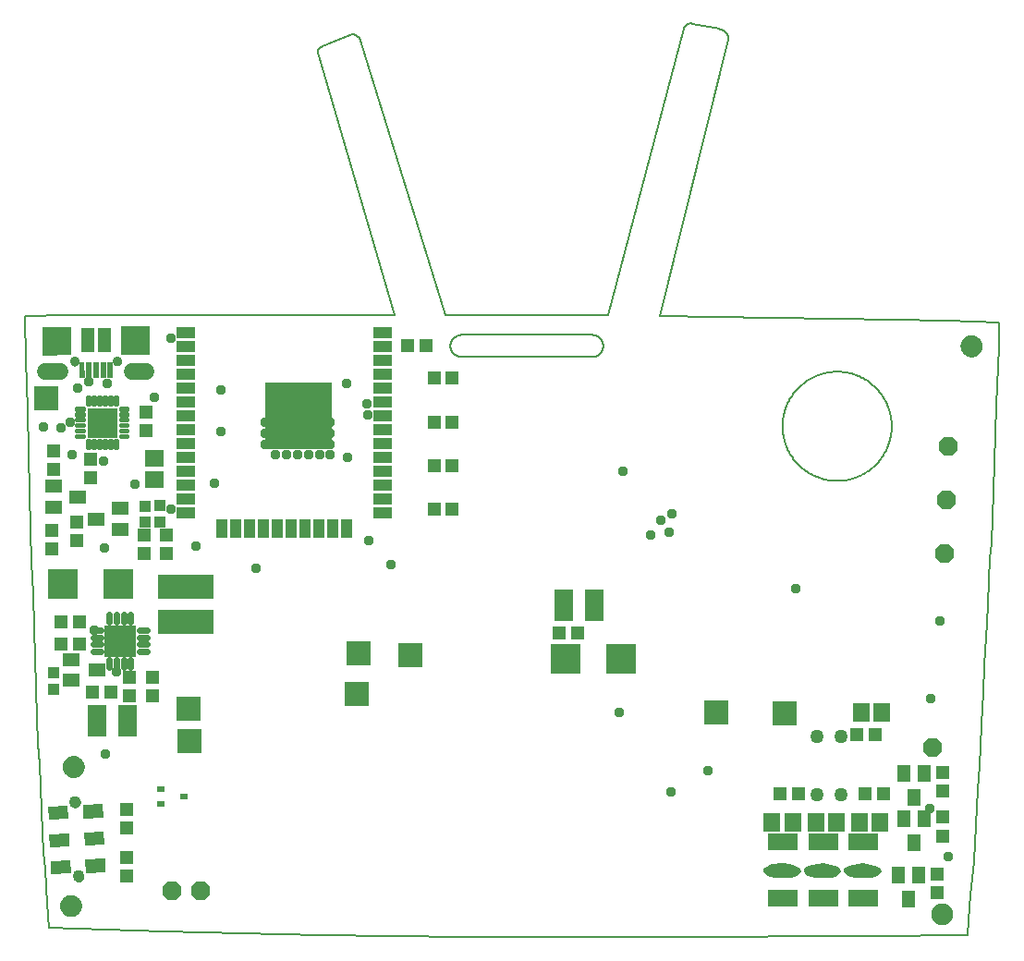
<source format=gbs>
G75*
%MOIN*%
%OFA0B0*%
%FSLAX25Y25*%
%IPPOS*%
%LPD*%
%AMOC8*
5,1,8,0,0,1.08239X$1,22.5*
%
%ADD10C,0.00600*%
%ADD11C,0.01200*%
%ADD12C,0.00500*%
%ADD13C,0.00591*%
%ADD14R,0.06706X0.04343*%
%ADD15R,0.04343X0.06706*%
%ADD16R,0.24422X0.24422*%
%ADD17R,0.05131X0.04737*%
%ADD18C,0.01351*%
%ADD19R,0.10643X0.10643*%
%ADD20C,0.01969*%
%ADD21C,0.04737*%
%ADD22C,0.00000*%
%ADD23R,0.01969X0.05709*%
%ADD24R,0.08674X0.04737*%
%ADD25C,0.05950*%
%ADD26R,0.10300X0.10300*%
%ADD27C,0.03556*%
%ADD28R,0.04737X0.05131*%
%ADD29R,0.06312X0.04737*%
%ADD30R,0.11036X0.06312*%
%ADD31R,0.05918X0.06706*%
%ADD32OC8,0.06737*%
%ADD33R,0.04737X0.04737*%
%ADD34R,0.03950X0.03950*%
%ADD35R,0.10839X0.10643*%
%ADD36R,0.11430X0.11430*%
%ADD37C,0.02178*%
%ADD38C,0.04375*%
%ADD39R,0.20485X0.08674*%
%ADD40R,0.07099X0.11430*%
%ADD41C,0.04965*%
%ADD42R,0.04737X0.07099*%
%ADD43C,0.04343*%
%ADD44R,0.04737X0.06312*%
%ADD45R,0.08674X0.08674*%
%ADD46R,0.06706X0.05918*%
%ADD47R,0.03162X0.02375*%
%ADD48C,0.03778*%
D10*
X0018536Y0053992D02*
X0059875Y0052417D01*
X0116174Y0051236D01*
X0168930Y0050449D01*
X0239009Y0050449D01*
X0315781Y0050843D01*
X0349639Y0051236D01*
X0350033Y0056354D01*
X0350426Y0061079D01*
X0350820Y0065409D01*
X0352001Y0078008D01*
X0352788Y0091000D01*
X0353576Y0103598D01*
X0353970Y0112654D01*
X0354363Y0118953D01*
X0354757Y0127220D01*
X0355151Y0132732D01*
X0355544Y0138638D01*
X0355938Y0148480D01*
X0356725Y0163835D01*
X0357119Y0170528D01*
X0357907Y0187063D01*
X0358300Y0192575D01*
X0358694Y0202024D01*
X0359088Y0211079D01*
X0359481Y0221709D01*
X0360269Y0242181D01*
X0361056Y0263441D01*
X0361056Y0272102D01*
X0342552Y0272890D01*
X0302395Y0273677D01*
X0279212Y0273741D01*
X0238661Y0274528D01*
X0283041Y0234773D02*
X0283047Y0235256D01*
X0283065Y0235739D01*
X0283094Y0236221D01*
X0283136Y0236702D01*
X0283189Y0237183D01*
X0283254Y0237661D01*
X0283331Y0238138D01*
X0283419Y0238613D01*
X0283519Y0239086D01*
X0283631Y0239556D01*
X0283754Y0240023D01*
X0283889Y0240487D01*
X0284035Y0240948D01*
X0284192Y0241405D01*
X0284360Y0241858D01*
X0284539Y0242306D01*
X0284730Y0242750D01*
X0284931Y0243189D01*
X0285143Y0243624D01*
X0285365Y0244052D01*
X0285598Y0244476D01*
X0285842Y0244893D01*
X0286095Y0245304D01*
X0286359Y0245709D01*
X0286632Y0246108D01*
X0286915Y0246499D01*
X0287207Y0246884D01*
X0287509Y0247261D01*
X0287820Y0247631D01*
X0288140Y0247993D01*
X0288469Y0248347D01*
X0288807Y0248692D01*
X0289152Y0249030D01*
X0289506Y0249359D01*
X0289868Y0249679D01*
X0290238Y0249990D01*
X0290615Y0250292D01*
X0291000Y0250584D01*
X0291391Y0250867D01*
X0291790Y0251140D01*
X0292195Y0251404D01*
X0292606Y0251657D01*
X0293023Y0251901D01*
X0293447Y0252134D01*
X0293875Y0252356D01*
X0294310Y0252568D01*
X0294749Y0252769D01*
X0295193Y0252960D01*
X0295641Y0253139D01*
X0296094Y0253307D01*
X0296551Y0253464D01*
X0297012Y0253610D01*
X0297476Y0253745D01*
X0297943Y0253868D01*
X0298413Y0253980D01*
X0298886Y0254080D01*
X0299361Y0254168D01*
X0299838Y0254245D01*
X0300316Y0254310D01*
X0300797Y0254363D01*
X0301278Y0254405D01*
X0301760Y0254434D01*
X0302243Y0254452D01*
X0302726Y0254458D01*
X0303209Y0254452D01*
X0303692Y0254434D01*
X0304174Y0254405D01*
X0304655Y0254363D01*
X0305136Y0254310D01*
X0305614Y0254245D01*
X0306091Y0254168D01*
X0306566Y0254080D01*
X0307039Y0253980D01*
X0307509Y0253868D01*
X0307976Y0253745D01*
X0308440Y0253610D01*
X0308901Y0253464D01*
X0309358Y0253307D01*
X0309811Y0253139D01*
X0310259Y0252960D01*
X0310703Y0252769D01*
X0311142Y0252568D01*
X0311577Y0252356D01*
X0312005Y0252134D01*
X0312429Y0251901D01*
X0312846Y0251657D01*
X0313257Y0251404D01*
X0313662Y0251140D01*
X0314061Y0250867D01*
X0314452Y0250584D01*
X0314837Y0250292D01*
X0315214Y0249990D01*
X0315584Y0249679D01*
X0315946Y0249359D01*
X0316300Y0249030D01*
X0316645Y0248692D01*
X0316983Y0248347D01*
X0317312Y0247993D01*
X0317632Y0247631D01*
X0317943Y0247261D01*
X0318245Y0246884D01*
X0318537Y0246499D01*
X0318820Y0246108D01*
X0319093Y0245709D01*
X0319357Y0245304D01*
X0319610Y0244893D01*
X0319854Y0244476D01*
X0320087Y0244052D01*
X0320309Y0243624D01*
X0320521Y0243189D01*
X0320722Y0242750D01*
X0320913Y0242306D01*
X0321092Y0241858D01*
X0321260Y0241405D01*
X0321417Y0240948D01*
X0321563Y0240487D01*
X0321698Y0240023D01*
X0321821Y0239556D01*
X0321933Y0239086D01*
X0322033Y0238613D01*
X0322121Y0238138D01*
X0322198Y0237661D01*
X0322263Y0237183D01*
X0322316Y0236702D01*
X0322358Y0236221D01*
X0322387Y0235739D01*
X0322405Y0235256D01*
X0322411Y0234773D01*
X0322405Y0234290D01*
X0322387Y0233807D01*
X0322358Y0233325D01*
X0322316Y0232844D01*
X0322263Y0232363D01*
X0322198Y0231885D01*
X0322121Y0231408D01*
X0322033Y0230933D01*
X0321933Y0230460D01*
X0321821Y0229990D01*
X0321698Y0229523D01*
X0321563Y0229059D01*
X0321417Y0228598D01*
X0321260Y0228141D01*
X0321092Y0227688D01*
X0320913Y0227240D01*
X0320722Y0226796D01*
X0320521Y0226357D01*
X0320309Y0225922D01*
X0320087Y0225494D01*
X0319854Y0225070D01*
X0319610Y0224653D01*
X0319357Y0224242D01*
X0319093Y0223837D01*
X0318820Y0223438D01*
X0318537Y0223047D01*
X0318245Y0222662D01*
X0317943Y0222285D01*
X0317632Y0221915D01*
X0317312Y0221553D01*
X0316983Y0221199D01*
X0316645Y0220854D01*
X0316300Y0220516D01*
X0315946Y0220187D01*
X0315584Y0219867D01*
X0315214Y0219556D01*
X0314837Y0219254D01*
X0314452Y0218962D01*
X0314061Y0218679D01*
X0313662Y0218406D01*
X0313257Y0218142D01*
X0312846Y0217889D01*
X0312429Y0217645D01*
X0312005Y0217412D01*
X0311577Y0217190D01*
X0311142Y0216978D01*
X0310703Y0216777D01*
X0310259Y0216586D01*
X0309811Y0216407D01*
X0309358Y0216239D01*
X0308901Y0216082D01*
X0308440Y0215936D01*
X0307976Y0215801D01*
X0307509Y0215678D01*
X0307039Y0215566D01*
X0306566Y0215466D01*
X0306091Y0215378D01*
X0305614Y0215301D01*
X0305136Y0215236D01*
X0304655Y0215183D01*
X0304174Y0215141D01*
X0303692Y0215112D01*
X0303209Y0215094D01*
X0302726Y0215088D01*
X0302243Y0215094D01*
X0301760Y0215112D01*
X0301278Y0215141D01*
X0300797Y0215183D01*
X0300316Y0215236D01*
X0299838Y0215301D01*
X0299361Y0215378D01*
X0298886Y0215466D01*
X0298413Y0215566D01*
X0297943Y0215678D01*
X0297476Y0215801D01*
X0297012Y0215936D01*
X0296551Y0216082D01*
X0296094Y0216239D01*
X0295641Y0216407D01*
X0295193Y0216586D01*
X0294749Y0216777D01*
X0294310Y0216978D01*
X0293875Y0217190D01*
X0293447Y0217412D01*
X0293023Y0217645D01*
X0292606Y0217889D01*
X0292195Y0218142D01*
X0291790Y0218406D01*
X0291391Y0218679D01*
X0291000Y0218962D01*
X0290615Y0219254D01*
X0290238Y0219556D01*
X0289868Y0219867D01*
X0289506Y0220187D01*
X0289152Y0220516D01*
X0288807Y0220854D01*
X0288469Y0221199D01*
X0288140Y0221553D01*
X0287820Y0221915D01*
X0287509Y0222285D01*
X0287207Y0222662D01*
X0286915Y0223047D01*
X0286632Y0223438D01*
X0286359Y0223837D01*
X0286095Y0224242D01*
X0285842Y0224653D01*
X0285598Y0225070D01*
X0285365Y0225494D01*
X0285143Y0225922D01*
X0284931Y0226357D01*
X0284730Y0226796D01*
X0284539Y0227240D01*
X0284360Y0227688D01*
X0284192Y0228141D01*
X0284035Y0228598D01*
X0283889Y0229059D01*
X0283754Y0229523D01*
X0283631Y0229990D01*
X0283519Y0230460D01*
X0283419Y0230933D01*
X0283331Y0231408D01*
X0283254Y0231885D01*
X0283189Y0232363D01*
X0283136Y0232844D01*
X0283094Y0233325D01*
X0283065Y0233807D01*
X0283047Y0234290D01*
X0283041Y0234773D01*
X0024881Y0274725D02*
X0009875Y0274465D01*
X0010269Y0258717D01*
X0010662Y0241000D01*
X0011056Y0224858D01*
X0011450Y0211079D01*
X0011844Y0197693D01*
X0012237Y0185488D01*
X0012631Y0174465D01*
X0013025Y0161866D01*
X0013418Y0151630D01*
X0014206Y0129583D01*
X0014599Y0120134D01*
X0014993Y0113047D01*
X0015387Y0104780D01*
X0015781Y0096118D01*
X0016174Y0088638D01*
X0016568Y0080764D01*
X0016962Y0075252D01*
X0017355Y0068559D01*
X0017749Y0063047D01*
X0018143Y0058323D01*
X0018536Y0053992D01*
D11*
X0276892Y0074092D02*
X0277680Y0073305D01*
X0278861Y0072911D01*
X0280436Y0072517D01*
X0285948Y0072517D01*
X0287522Y0072911D01*
X0289097Y0074092D01*
X0288703Y0074880D01*
X0287522Y0075667D01*
X0285554Y0076061D01*
X0283192Y0076454D01*
X0279255Y0076061D01*
X0278073Y0075667D01*
X0277286Y0075273D01*
X0276892Y0074880D01*
X0276892Y0074092D01*
X0276913Y0074072D02*
X0289070Y0074072D01*
X0288117Y0075270D02*
X0277283Y0075270D01*
X0279012Y0072873D02*
X0287371Y0072873D01*
X0291359Y0074086D02*
X0292147Y0073298D01*
X0293328Y0072905D01*
X0294903Y0072511D01*
X0300414Y0072511D01*
X0301989Y0072905D01*
X0303564Y0074086D01*
X0303170Y0074873D01*
X0301989Y0075661D01*
X0300021Y0076054D01*
X0297659Y0076448D01*
X0293722Y0076054D01*
X0292540Y0075661D01*
X0291753Y0075267D01*
X0291359Y0074873D01*
X0291359Y0074086D01*
X0291373Y0074072D02*
X0303545Y0074072D01*
X0302575Y0075270D02*
X0291760Y0075270D01*
X0293454Y0072873D02*
X0301863Y0072873D01*
X0305926Y0074086D02*
X0306714Y0073298D01*
X0307895Y0072905D01*
X0309470Y0072511D01*
X0314981Y0072511D01*
X0316556Y0072905D01*
X0318131Y0074086D01*
X0317737Y0074873D01*
X0316556Y0075661D01*
X0314588Y0076054D01*
X0312225Y0076448D01*
X0308288Y0076054D01*
X0307107Y0075661D01*
X0306320Y0075267D01*
X0305926Y0074873D01*
X0305926Y0074086D01*
X0305940Y0074072D02*
X0318112Y0074072D01*
X0317142Y0075270D02*
X0306327Y0075270D01*
X0308021Y0072873D02*
X0316430Y0072873D01*
D12*
X0214421Y0259861D02*
X0167177Y0259861D01*
X0167053Y0259863D01*
X0166930Y0259869D01*
X0166806Y0259878D01*
X0166684Y0259892D01*
X0166561Y0259909D01*
X0166439Y0259931D01*
X0166318Y0259956D01*
X0166198Y0259985D01*
X0166079Y0260017D01*
X0165960Y0260054D01*
X0165843Y0260094D01*
X0165728Y0260137D01*
X0165613Y0260185D01*
X0165501Y0260236D01*
X0165390Y0260290D01*
X0165280Y0260348D01*
X0165173Y0260409D01*
X0165067Y0260474D01*
X0164964Y0260542D01*
X0164863Y0260613D01*
X0164764Y0260687D01*
X0164667Y0260764D01*
X0164573Y0260845D01*
X0164482Y0260928D01*
X0164393Y0261014D01*
X0164307Y0261103D01*
X0164224Y0261194D01*
X0164143Y0261288D01*
X0164066Y0261385D01*
X0163992Y0261484D01*
X0163921Y0261585D01*
X0163853Y0261688D01*
X0163788Y0261794D01*
X0163727Y0261901D01*
X0163669Y0262011D01*
X0163615Y0262122D01*
X0163564Y0262234D01*
X0163516Y0262349D01*
X0163473Y0262464D01*
X0163433Y0262581D01*
X0163396Y0262700D01*
X0163364Y0262819D01*
X0163335Y0262939D01*
X0163310Y0263060D01*
X0163288Y0263182D01*
X0163271Y0263305D01*
X0163257Y0263427D01*
X0163248Y0263551D01*
X0163242Y0263674D01*
X0163240Y0263798D01*
X0163242Y0263922D01*
X0163248Y0264045D01*
X0163257Y0264169D01*
X0163271Y0264291D01*
X0163288Y0264414D01*
X0163310Y0264536D01*
X0163335Y0264657D01*
X0163364Y0264777D01*
X0163396Y0264896D01*
X0163433Y0265015D01*
X0163473Y0265132D01*
X0163516Y0265247D01*
X0163564Y0265362D01*
X0163615Y0265474D01*
X0163669Y0265585D01*
X0163727Y0265695D01*
X0163788Y0265802D01*
X0163853Y0265908D01*
X0163921Y0266011D01*
X0163992Y0266112D01*
X0164066Y0266211D01*
X0164143Y0266308D01*
X0164224Y0266402D01*
X0164307Y0266493D01*
X0164393Y0266582D01*
X0164482Y0266668D01*
X0164573Y0266751D01*
X0164667Y0266832D01*
X0164764Y0266909D01*
X0164863Y0266983D01*
X0164964Y0267054D01*
X0165067Y0267122D01*
X0165173Y0267187D01*
X0165280Y0267248D01*
X0165390Y0267306D01*
X0165501Y0267360D01*
X0165613Y0267411D01*
X0165728Y0267459D01*
X0165843Y0267502D01*
X0165960Y0267542D01*
X0166079Y0267579D01*
X0166198Y0267611D01*
X0166318Y0267640D01*
X0166439Y0267665D01*
X0166561Y0267687D01*
X0166684Y0267704D01*
X0166806Y0267718D01*
X0166930Y0267727D01*
X0167053Y0267733D01*
X0167177Y0267735D01*
X0214421Y0267735D01*
X0214545Y0267733D01*
X0214668Y0267727D01*
X0214792Y0267718D01*
X0214914Y0267704D01*
X0215037Y0267687D01*
X0215159Y0267665D01*
X0215280Y0267640D01*
X0215400Y0267611D01*
X0215519Y0267579D01*
X0215638Y0267542D01*
X0215755Y0267502D01*
X0215870Y0267459D01*
X0215985Y0267411D01*
X0216097Y0267360D01*
X0216208Y0267306D01*
X0216318Y0267248D01*
X0216425Y0267187D01*
X0216531Y0267122D01*
X0216634Y0267054D01*
X0216735Y0266983D01*
X0216834Y0266909D01*
X0216931Y0266832D01*
X0217025Y0266751D01*
X0217116Y0266668D01*
X0217205Y0266582D01*
X0217291Y0266493D01*
X0217374Y0266402D01*
X0217455Y0266308D01*
X0217532Y0266211D01*
X0217606Y0266112D01*
X0217677Y0266011D01*
X0217745Y0265908D01*
X0217810Y0265802D01*
X0217871Y0265695D01*
X0217929Y0265585D01*
X0217983Y0265474D01*
X0218034Y0265362D01*
X0218082Y0265247D01*
X0218125Y0265132D01*
X0218165Y0265015D01*
X0218202Y0264896D01*
X0218234Y0264777D01*
X0218263Y0264657D01*
X0218288Y0264536D01*
X0218310Y0264414D01*
X0218327Y0264291D01*
X0218341Y0264169D01*
X0218350Y0264045D01*
X0218356Y0263922D01*
X0218358Y0263798D01*
X0218356Y0263674D01*
X0218350Y0263551D01*
X0218341Y0263427D01*
X0218327Y0263305D01*
X0218310Y0263182D01*
X0218288Y0263060D01*
X0218263Y0262939D01*
X0218234Y0262819D01*
X0218202Y0262700D01*
X0218165Y0262581D01*
X0218125Y0262464D01*
X0218082Y0262349D01*
X0218034Y0262234D01*
X0217983Y0262122D01*
X0217929Y0262011D01*
X0217871Y0261901D01*
X0217810Y0261794D01*
X0217745Y0261688D01*
X0217677Y0261585D01*
X0217606Y0261484D01*
X0217532Y0261385D01*
X0217455Y0261288D01*
X0217374Y0261194D01*
X0217291Y0261103D01*
X0217205Y0261014D01*
X0217116Y0260928D01*
X0217025Y0260845D01*
X0216931Y0260764D01*
X0216834Y0260687D01*
X0216735Y0260613D01*
X0216634Y0260542D01*
X0216531Y0260474D01*
X0216425Y0260409D01*
X0216318Y0260348D01*
X0216208Y0260290D01*
X0216097Y0260236D01*
X0215985Y0260185D01*
X0215870Y0260137D01*
X0215755Y0260094D01*
X0215638Y0260054D01*
X0215519Y0260017D01*
X0215400Y0259985D01*
X0215280Y0259956D01*
X0215159Y0259931D01*
X0215037Y0259909D01*
X0214914Y0259892D01*
X0214792Y0259878D01*
X0214668Y0259869D01*
X0214545Y0259863D01*
X0214421Y0259861D01*
D13*
X0220157Y0274922D02*
X0247322Y0378072D01*
X0247322Y0378071D02*
X0247347Y0378169D01*
X0247375Y0378266D01*
X0247407Y0378361D01*
X0247442Y0378455D01*
X0247481Y0378548D01*
X0247524Y0378639D01*
X0247570Y0378728D01*
X0247620Y0378816D01*
X0247672Y0378902D01*
X0247728Y0378985D01*
X0247788Y0379067D01*
X0247850Y0379146D01*
X0247915Y0379222D01*
X0247983Y0379296D01*
X0248054Y0379367D01*
X0248128Y0379436D01*
X0248204Y0379502D01*
X0248283Y0379565D01*
X0248364Y0379624D01*
X0248447Y0379681D01*
X0248532Y0379734D01*
X0248619Y0379784D01*
X0248709Y0379831D01*
X0248799Y0379874D01*
X0248892Y0379914D01*
X0248986Y0379950D01*
X0249081Y0379982D01*
X0249177Y0380011D01*
X0249275Y0380036D01*
X0249373Y0380057D01*
X0249472Y0380075D01*
X0249572Y0380089D01*
X0249672Y0380099D01*
X0249772Y0380105D01*
X0249873Y0380107D01*
X0249974Y0380105D01*
X0250074Y0380100D01*
X0250174Y0380091D01*
X0250274Y0380077D01*
X0250373Y0380060D01*
X0250471Y0380040D01*
X0250472Y0380040D02*
X0260314Y0378072D01*
X0260315Y0378071D02*
X0260430Y0378056D01*
X0260546Y0378038D01*
X0260660Y0378016D01*
X0260774Y0377989D01*
X0260887Y0377960D01*
X0260998Y0377926D01*
X0261109Y0377889D01*
X0261218Y0377849D01*
X0261326Y0377804D01*
X0261433Y0377757D01*
X0261538Y0377705D01*
X0261641Y0377651D01*
X0261742Y0377593D01*
X0261841Y0377532D01*
X0261938Y0377467D01*
X0262034Y0377400D01*
X0262126Y0377329D01*
X0262217Y0377255D01*
X0262305Y0377179D01*
X0262390Y0377099D01*
X0262473Y0377017D01*
X0262553Y0376932D01*
X0262630Y0376845D01*
X0262705Y0376755D01*
X0262776Y0376663D01*
X0262844Y0376568D01*
X0262910Y0376471D01*
X0262972Y0376373D01*
X0263030Y0376272D01*
X0263086Y0376169D01*
X0263138Y0376065D01*
X0263186Y0375959D01*
X0263231Y0375851D01*
X0263273Y0375742D01*
X0263311Y0375632D01*
X0263345Y0375520D01*
X0263376Y0375408D01*
X0263403Y0375294D01*
X0263426Y0375180D01*
X0263445Y0375065D01*
X0263461Y0374949D01*
X0263473Y0374833D01*
X0263481Y0374717D01*
X0263485Y0374600D01*
X0263486Y0374484D01*
X0263482Y0374367D01*
X0263475Y0374250D01*
X0263464Y0374134D01*
X0263464Y0374135D02*
X0238661Y0274528D01*
X0220157Y0274922D02*
X0161496Y0274922D01*
X0130787Y0373741D01*
X0130770Y0373843D01*
X0130750Y0373946D01*
X0130726Y0374047D01*
X0130698Y0374147D01*
X0130666Y0374246D01*
X0130630Y0374344D01*
X0130591Y0374441D01*
X0130549Y0374536D01*
X0130502Y0374629D01*
X0130453Y0374720D01*
X0130400Y0374810D01*
X0130343Y0374898D01*
X0130284Y0374983D01*
X0130221Y0375066D01*
X0130155Y0375147D01*
X0130086Y0375225D01*
X0130015Y0375300D01*
X0129940Y0375373D01*
X0129863Y0375443D01*
X0129784Y0375510D01*
X0129701Y0375574D01*
X0129617Y0375635D01*
X0129530Y0375693D01*
X0129442Y0375747D01*
X0129351Y0375798D01*
X0129258Y0375846D01*
X0129164Y0375890D01*
X0129068Y0375931D01*
X0128971Y0375968D01*
X0128872Y0376001D01*
X0128772Y0376031D01*
X0128671Y0376056D01*
X0128570Y0376078D01*
X0128467Y0376097D01*
X0128364Y0376111D01*
X0128260Y0376122D01*
X0128157Y0376128D01*
X0128052Y0376131D01*
X0127948Y0376130D01*
X0127844Y0376125D01*
X0127741Y0376116D01*
X0127637Y0376103D01*
X0117007Y0371772D01*
X0116922Y0371753D01*
X0116837Y0371730D01*
X0116754Y0371704D01*
X0116672Y0371674D01*
X0116591Y0371640D01*
X0116511Y0371603D01*
X0116434Y0371563D01*
X0116358Y0371519D01*
X0116284Y0371472D01*
X0116213Y0371421D01*
X0116143Y0371368D01*
X0116076Y0371312D01*
X0116012Y0371252D01*
X0115950Y0371190D01*
X0115891Y0371126D01*
X0115834Y0371059D01*
X0115781Y0370989D01*
X0115731Y0370917D01*
X0115684Y0370843D01*
X0115640Y0370768D01*
X0115600Y0370690D01*
X0115563Y0370610D01*
X0115530Y0370529D01*
X0115500Y0370447D01*
X0115474Y0370364D01*
X0115451Y0370279D01*
X0115432Y0370193D01*
X0115417Y0370107D01*
X0115406Y0370020D01*
X0115398Y0369933D01*
X0115394Y0369846D01*
X0115395Y0369758D01*
X0115398Y0369671D01*
X0115406Y0369583D01*
X0115418Y0369497D01*
X0115433Y0369410D01*
X0142992Y0274922D01*
X0024881Y0274725D01*
D14*
X0067769Y0268719D03*
X0067769Y0263719D03*
X0067769Y0258719D03*
X0067769Y0253719D03*
X0067769Y0248719D03*
X0067769Y0243719D03*
X0067769Y0238719D03*
X0067769Y0233719D03*
X0067769Y0228719D03*
X0067769Y0223719D03*
X0067769Y0218719D03*
X0067769Y0213719D03*
X0067769Y0208719D03*
X0067769Y0203719D03*
X0138635Y0203719D03*
X0138635Y0208719D03*
X0138635Y0213719D03*
X0138635Y0218719D03*
X0138635Y0223719D03*
X0138635Y0228719D03*
X0138635Y0233719D03*
X0138635Y0238719D03*
X0138635Y0243719D03*
X0138635Y0248719D03*
X0138635Y0253719D03*
X0138635Y0258719D03*
X0138635Y0263719D03*
X0138635Y0268719D03*
D15*
X0125702Y0197853D03*
X0120702Y0197853D03*
X0115702Y0197853D03*
X0110702Y0197853D03*
X0105702Y0197853D03*
X0100702Y0197853D03*
X0095702Y0197853D03*
X0090702Y0197853D03*
X0085702Y0197853D03*
X0080702Y0197853D03*
D16*
X0108320Y0238404D03*
D17*
X0147718Y0263920D03*
X0154411Y0263920D03*
X0060833Y0195546D03*
X0060833Y0188854D03*
X0052733Y0188854D03*
X0052733Y0195546D03*
X0033518Y0216335D03*
X0033518Y0223028D03*
X0020018Y0225828D03*
X0020018Y0219135D03*
X0028369Y0200342D03*
X0028369Y0193649D03*
X0047559Y0144229D03*
X0047559Y0137536D03*
X0055659Y0137536D03*
X0055659Y0144229D03*
X0046526Y0096683D03*
X0046526Y0089990D03*
X0046314Y0079335D03*
X0046314Y0072642D03*
X0202303Y0160291D03*
X0208996Y0160291D03*
X0309836Y0123540D03*
X0316529Y0123540D03*
X0340733Y0110046D03*
X0340733Y0103354D03*
X0340833Y0093746D03*
X0340833Y0087054D03*
X0338733Y0073346D03*
X0338733Y0066654D03*
D18*
X0046922Y0231374D02*
X0044322Y0231374D01*
X0046922Y0231374D02*
X0046922Y0230822D01*
X0044322Y0230822D01*
X0044322Y0231374D01*
X0044322Y0233342D02*
X0046922Y0233342D01*
X0046922Y0232790D01*
X0044322Y0232790D01*
X0044322Y0233342D01*
X0044322Y0235311D02*
X0046922Y0235311D01*
X0046922Y0234759D01*
X0044322Y0234759D01*
X0044322Y0235311D01*
X0044322Y0237279D02*
X0046922Y0237279D01*
X0046922Y0236727D01*
X0044322Y0236727D01*
X0044322Y0237279D01*
X0044322Y0239248D02*
X0046922Y0239248D01*
X0046922Y0238696D01*
X0044322Y0238696D01*
X0044322Y0239248D01*
X0044322Y0241216D02*
X0046922Y0241216D01*
X0046922Y0240664D01*
X0044322Y0240664D01*
X0044322Y0241216D01*
X0042946Y0242593D02*
X0042946Y0245193D01*
X0042946Y0242593D02*
X0042394Y0242593D01*
X0042394Y0245193D01*
X0042946Y0245193D01*
X0042946Y0243876D02*
X0042394Y0243876D01*
X0042394Y0245159D02*
X0042946Y0245159D01*
X0040977Y0245193D02*
X0040977Y0242593D01*
X0040425Y0242593D01*
X0040425Y0245193D01*
X0040977Y0245193D01*
X0040977Y0243876D02*
X0040425Y0243876D01*
X0040425Y0245159D02*
X0040977Y0245159D01*
X0039009Y0245193D02*
X0039009Y0242593D01*
X0038457Y0242593D01*
X0038457Y0245193D01*
X0039009Y0245193D01*
X0039009Y0243876D02*
X0038457Y0243876D01*
X0038457Y0245159D02*
X0039009Y0245159D01*
X0037040Y0245193D02*
X0037040Y0242593D01*
X0036488Y0242593D01*
X0036488Y0245193D01*
X0037040Y0245193D01*
X0037040Y0243876D02*
X0036488Y0243876D01*
X0036488Y0245159D02*
X0037040Y0245159D01*
X0035072Y0245193D02*
X0035072Y0242593D01*
X0034520Y0242593D01*
X0034520Y0245193D01*
X0035072Y0245193D01*
X0035072Y0243876D02*
X0034520Y0243876D01*
X0034520Y0245159D02*
X0035072Y0245159D01*
X0033103Y0245193D02*
X0033103Y0242593D01*
X0032551Y0242593D01*
X0032551Y0245193D01*
X0033103Y0245193D01*
X0033103Y0243876D02*
X0032551Y0243876D01*
X0032551Y0245159D02*
X0033103Y0245159D01*
X0031174Y0240664D02*
X0028574Y0240664D01*
X0028574Y0241216D01*
X0031174Y0241216D01*
X0031174Y0240664D01*
X0031174Y0238696D02*
X0028574Y0238696D01*
X0028574Y0239248D01*
X0031174Y0239248D01*
X0031174Y0238696D01*
X0031174Y0236727D02*
X0028574Y0236727D01*
X0028574Y0237279D01*
X0031174Y0237279D01*
X0031174Y0236727D01*
X0031174Y0234759D02*
X0028574Y0234759D01*
X0028574Y0235311D01*
X0031174Y0235311D01*
X0031174Y0234759D01*
X0031174Y0232790D02*
X0028574Y0232790D01*
X0028574Y0233342D01*
X0031174Y0233342D01*
X0031174Y0232790D01*
X0031174Y0230822D02*
X0028574Y0230822D01*
X0028574Y0231374D01*
X0031174Y0231374D01*
X0031174Y0230822D01*
X0032551Y0229445D02*
X0032551Y0226845D01*
X0032551Y0229445D02*
X0033103Y0229445D01*
X0033103Y0226845D01*
X0032551Y0226845D01*
X0032551Y0228128D02*
X0033103Y0228128D01*
X0033103Y0229411D02*
X0032551Y0229411D01*
X0034520Y0229445D02*
X0034520Y0226845D01*
X0034520Y0229445D02*
X0035072Y0229445D01*
X0035072Y0226845D01*
X0034520Y0226845D01*
X0034520Y0228128D02*
X0035072Y0228128D01*
X0035072Y0229411D02*
X0034520Y0229411D01*
X0036488Y0229445D02*
X0036488Y0226845D01*
X0036488Y0229445D02*
X0037040Y0229445D01*
X0037040Y0226845D01*
X0036488Y0226845D01*
X0036488Y0228128D02*
X0037040Y0228128D01*
X0037040Y0229411D02*
X0036488Y0229411D01*
X0038457Y0229445D02*
X0038457Y0226845D01*
X0038457Y0229445D02*
X0039009Y0229445D01*
X0039009Y0226845D01*
X0038457Y0226845D01*
X0038457Y0228128D02*
X0039009Y0228128D01*
X0039009Y0229411D02*
X0038457Y0229411D01*
X0040425Y0229445D02*
X0040425Y0226845D01*
X0040425Y0229445D02*
X0040977Y0229445D01*
X0040977Y0226845D01*
X0040425Y0226845D01*
X0040425Y0228128D02*
X0040977Y0228128D01*
X0040977Y0229411D02*
X0040425Y0229411D01*
X0042394Y0229445D02*
X0042394Y0226845D01*
X0042394Y0229445D02*
X0042946Y0229445D01*
X0042946Y0226845D01*
X0042394Y0226845D01*
X0042394Y0228128D02*
X0042946Y0228128D01*
X0042946Y0229411D02*
X0042394Y0229411D01*
D19*
X0037748Y0236019D03*
D20*
X0027340Y0114805D02*
X0027232Y0114803D01*
X0027124Y0114797D01*
X0027017Y0114787D01*
X0026910Y0114774D01*
X0026804Y0114756D01*
X0026698Y0114734D01*
X0026593Y0114709D01*
X0026489Y0114680D01*
X0026387Y0114647D01*
X0026285Y0114610D01*
X0026185Y0114570D01*
X0026087Y0114526D01*
X0025990Y0114478D01*
X0025895Y0114427D01*
X0025802Y0114373D01*
X0025711Y0114315D01*
X0025622Y0114254D01*
X0025535Y0114189D01*
X0025451Y0114122D01*
X0025369Y0114051D01*
X0025290Y0113978D01*
X0025214Y0113902D01*
X0025141Y0113823D01*
X0025070Y0113741D01*
X0025003Y0113657D01*
X0024938Y0113570D01*
X0024877Y0113481D01*
X0024819Y0113390D01*
X0024765Y0113297D01*
X0024714Y0113202D01*
X0024666Y0113105D01*
X0024622Y0113007D01*
X0024582Y0112907D01*
X0024545Y0112805D01*
X0024512Y0112703D01*
X0024483Y0112599D01*
X0024458Y0112494D01*
X0024436Y0112388D01*
X0024418Y0112282D01*
X0024405Y0112175D01*
X0024395Y0112068D01*
X0024389Y0111960D01*
X0024387Y0111852D01*
X0027340Y0114805D02*
X0027448Y0114803D01*
X0027556Y0114797D01*
X0027663Y0114787D01*
X0027770Y0114774D01*
X0027876Y0114756D01*
X0027982Y0114734D01*
X0028087Y0114709D01*
X0028191Y0114680D01*
X0028293Y0114647D01*
X0028395Y0114610D01*
X0028495Y0114570D01*
X0028593Y0114526D01*
X0028690Y0114478D01*
X0028785Y0114427D01*
X0028878Y0114373D01*
X0028969Y0114315D01*
X0029058Y0114254D01*
X0029145Y0114189D01*
X0029229Y0114122D01*
X0029311Y0114051D01*
X0029390Y0113978D01*
X0029466Y0113902D01*
X0029539Y0113823D01*
X0029610Y0113741D01*
X0029677Y0113657D01*
X0029742Y0113570D01*
X0029803Y0113481D01*
X0029861Y0113390D01*
X0029915Y0113297D01*
X0029966Y0113202D01*
X0030014Y0113105D01*
X0030058Y0113007D01*
X0030098Y0112907D01*
X0030135Y0112805D01*
X0030168Y0112703D01*
X0030197Y0112599D01*
X0030222Y0112494D01*
X0030244Y0112388D01*
X0030262Y0112282D01*
X0030275Y0112175D01*
X0030285Y0112068D01*
X0030291Y0111960D01*
X0030293Y0111852D01*
X0030291Y0111744D01*
X0030285Y0111636D01*
X0030275Y0111529D01*
X0030262Y0111422D01*
X0030244Y0111316D01*
X0030222Y0111210D01*
X0030197Y0111105D01*
X0030168Y0111001D01*
X0030135Y0110899D01*
X0030098Y0110797D01*
X0030058Y0110697D01*
X0030014Y0110599D01*
X0029966Y0110502D01*
X0029915Y0110407D01*
X0029861Y0110314D01*
X0029803Y0110223D01*
X0029742Y0110134D01*
X0029677Y0110047D01*
X0029610Y0109963D01*
X0029539Y0109881D01*
X0029466Y0109802D01*
X0029390Y0109726D01*
X0029311Y0109653D01*
X0029229Y0109582D01*
X0029145Y0109515D01*
X0029058Y0109450D01*
X0028969Y0109389D01*
X0028878Y0109331D01*
X0028785Y0109277D01*
X0028690Y0109226D01*
X0028593Y0109178D01*
X0028495Y0109134D01*
X0028395Y0109094D01*
X0028293Y0109057D01*
X0028191Y0109024D01*
X0028087Y0108995D01*
X0027982Y0108970D01*
X0027876Y0108948D01*
X0027770Y0108930D01*
X0027663Y0108917D01*
X0027556Y0108907D01*
X0027448Y0108901D01*
X0027340Y0108899D01*
X0027232Y0108901D01*
X0027124Y0108907D01*
X0027017Y0108917D01*
X0026910Y0108930D01*
X0026804Y0108948D01*
X0026698Y0108970D01*
X0026593Y0108995D01*
X0026489Y0109024D01*
X0026387Y0109057D01*
X0026285Y0109094D01*
X0026185Y0109134D01*
X0026087Y0109178D01*
X0025990Y0109226D01*
X0025895Y0109277D01*
X0025802Y0109331D01*
X0025711Y0109389D01*
X0025622Y0109450D01*
X0025535Y0109515D01*
X0025451Y0109582D01*
X0025369Y0109653D01*
X0025290Y0109726D01*
X0025214Y0109802D01*
X0025141Y0109881D01*
X0025070Y0109963D01*
X0025003Y0110047D01*
X0024938Y0110134D01*
X0024877Y0110223D01*
X0024819Y0110314D01*
X0024765Y0110407D01*
X0024714Y0110502D01*
X0024666Y0110599D01*
X0024622Y0110697D01*
X0024582Y0110797D01*
X0024545Y0110899D01*
X0024512Y0111001D01*
X0024483Y0111105D01*
X0024458Y0111210D01*
X0024436Y0111316D01*
X0024418Y0111422D01*
X0024405Y0111529D01*
X0024395Y0111636D01*
X0024389Y0111744D01*
X0024387Y0111852D01*
X0026414Y0064668D02*
X0026306Y0064666D01*
X0026198Y0064660D01*
X0026091Y0064650D01*
X0025984Y0064637D01*
X0025878Y0064619D01*
X0025772Y0064597D01*
X0025667Y0064572D01*
X0025563Y0064543D01*
X0025461Y0064510D01*
X0025359Y0064473D01*
X0025259Y0064433D01*
X0025161Y0064389D01*
X0025064Y0064341D01*
X0024969Y0064290D01*
X0024876Y0064236D01*
X0024785Y0064178D01*
X0024696Y0064117D01*
X0024609Y0064052D01*
X0024525Y0063985D01*
X0024443Y0063914D01*
X0024364Y0063841D01*
X0024288Y0063765D01*
X0024215Y0063686D01*
X0024144Y0063604D01*
X0024077Y0063520D01*
X0024012Y0063433D01*
X0023951Y0063344D01*
X0023893Y0063253D01*
X0023839Y0063160D01*
X0023788Y0063065D01*
X0023740Y0062968D01*
X0023696Y0062870D01*
X0023656Y0062770D01*
X0023619Y0062668D01*
X0023586Y0062566D01*
X0023557Y0062462D01*
X0023532Y0062357D01*
X0023510Y0062251D01*
X0023492Y0062145D01*
X0023479Y0062038D01*
X0023469Y0061931D01*
X0023463Y0061823D01*
X0023461Y0061715D01*
X0026414Y0064668D02*
X0026522Y0064666D01*
X0026630Y0064660D01*
X0026737Y0064650D01*
X0026844Y0064637D01*
X0026950Y0064619D01*
X0027056Y0064597D01*
X0027161Y0064572D01*
X0027265Y0064543D01*
X0027367Y0064510D01*
X0027469Y0064473D01*
X0027569Y0064433D01*
X0027667Y0064389D01*
X0027764Y0064341D01*
X0027859Y0064290D01*
X0027952Y0064236D01*
X0028043Y0064178D01*
X0028132Y0064117D01*
X0028219Y0064052D01*
X0028303Y0063985D01*
X0028385Y0063914D01*
X0028464Y0063841D01*
X0028540Y0063765D01*
X0028613Y0063686D01*
X0028684Y0063604D01*
X0028751Y0063520D01*
X0028816Y0063433D01*
X0028877Y0063344D01*
X0028935Y0063253D01*
X0028989Y0063160D01*
X0029040Y0063065D01*
X0029088Y0062968D01*
X0029132Y0062870D01*
X0029172Y0062770D01*
X0029209Y0062668D01*
X0029242Y0062566D01*
X0029271Y0062462D01*
X0029296Y0062357D01*
X0029318Y0062251D01*
X0029336Y0062145D01*
X0029349Y0062038D01*
X0029359Y0061931D01*
X0029365Y0061823D01*
X0029367Y0061715D01*
X0029365Y0061607D01*
X0029359Y0061499D01*
X0029349Y0061392D01*
X0029336Y0061285D01*
X0029318Y0061179D01*
X0029296Y0061073D01*
X0029271Y0060968D01*
X0029242Y0060864D01*
X0029209Y0060762D01*
X0029172Y0060660D01*
X0029132Y0060560D01*
X0029088Y0060462D01*
X0029040Y0060365D01*
X0028989Y0060270D01*
X0028935Y0060177D01*
X0028877Y0060086D01*
X0028816Y0059997D01*
X0028751Y0059910D01*
X0028684Y0059826D01*
X0028613Y0059744D01*
X0028540Y0059665D01*
X0028464Y0059589D01*
X0028385Y0059516D01*
X0028303Y0059445D01*
X0028219Y0059378D01*
X0028132Y0059313D01*
X0028043Y0059252D01*
X0027952Y0059194D01*
X0027859Y0059140D01*
X0027764Y0059089D01*
X0027667Y0059041D01*
X0027569Y0058997D01*
X0027469Y0058957D01*
X0027367Y0058920D01*
X0027265Y0058887D01*
X0027161Y0058858D01*
X0027056Y0058833D01*
X0026950Y0058811D01*
X0026844Y0058793D01*
X0026737Y0058780D01*
X0026630Y0058770D01*
X0026522Y0058764D01*
X0026414Y0058762D01*
X0026306Y0058764D01*
X0026198Y0058770D01*
X0026091Y0058780D01*
X0025984Y0058793D01*
X0025878Y0058811D01*
X0025772Y0058833D01*
X0025667Y0058858D01*
X0025563Y0058887D01*
X0025461Y0058920D01*
X0025359Y0058957D01*
X0025259Y0058997D01*
X0025161Y0059041D01*
X0025064Y0059089D01*
X0024969Y0059140D01*
X0024876Y0059194D01*
X0024785Y0059252D01*
X0024696Y0059313D01*
X0024609Y0059378D01*
X0024525Y0059445D01*
X0024443Y0059516D01*
X0024364Y0059589D01*
X0024288Y0059665D01*
X0024215Y0059744D01*
X0024144Y0059826D01*
X0024077Y0059910D01*
X0024012Y0059997D01*
X0023951Y0060086D01*
X0023893Y0060177D01*
X0023839Y0060270D01*
X0023788Y0060365D01*
X0023740Y0060462D01*
X0023696Y0060560D01*
X0023656Y0060660D01*
X0023619Y0060762D01*
X0023586Y0060864D01*
X0023557Y0060968D01*
X0023532Y0061073D01*
X0023510Y0061179D01*
X0023492Y0061285D01*
X0023479Y0061392D01*
X0023469Y0061499D01*
X0023463Y0061607D01*
X0023461Y0061715D01*
X0337661Y0058715D02*
X0337663Y0058823D01*
X0337669Y0058931D01*
X0337679Y0059038D01*
X0337692Y0059145D01*
X0337710Y0059251D01*
X0337732Y0059357D01*
X0337757Y0059462D01*
X0337786Y0059566D01*
X0337819Y0059668D01*
X0337856Y0059770D01*
X0337896Y0059870D01*
X0337940Y0059968D01*
X0337988Y0060065D01*
X0338039Y0060160D01*
X0338093Y0060253D01*
X0338151Y0060344D01*
X0338212Y0060433D01*
X0338277Y0060520D01*
X0338344Y0060604D01*
X0338415Y0060686D01*
X0338488Y0060765D01*
X0338564Y0060841D01*
X0338643Y0060914D01*
X0338725Y0060985D01*
X0338809Y0061052D01*
X0338896Y0061117D01*
X0338985Y0061178D01*
X0339076Y0061236D01*
X0339169Y0061290D01*
X0339264Y0061341D01*
X0339361Y0061389D01*
X0339459Y0061433D01*
X0339559Y0061473D01*
X0339661Y0061510D01*
X0339763Y0061543D01*
X0339867Y0061572D01*
X0339972Y0061597D01*
X0340078Y0061619D01*
X0340184Y0061637D01*
X0340291Y0061650D01*
X0340398Y0061660D01*
X0340506Y0061666D01*
X0340614Y0061668D01*
X0340722Y0061666D01*
X0340830Y0061660D01*
X0340937Y0061650D01*
X0341044Y0061637D01*
X0341150Y0061619D01*
X0341256Y0061597D01*
X0341361Y0061572D01*
X0341465Y0061543D01*
X0341567Y0061510D01*
X0341669Y0061473D01*
X0341769Y0061433D01*
X0341867Y0061389D01*
X0341964Y0061341D01*
X0342059Y0061290D01*
X0342152Y0061236D01*
X0342243Y0061178D01*
X0342332Y0061117D01*
X0342419Y0061052D01*
X0342503Y0060985D01*
X0342585Y0060914D01*
X0342664Y0060841D01*
X0342740Y0060765D01*
X0342813Y0060686D01*
X0342884Y0060604D01*
X0342951Y0060520D01*
X0343016Y0060433D01*
X0343077Y0060344D01*
X0343135Y0060253D01*
X0343189Y0060160D01*
X0343240Y0060065D01*
X0343288Y0059968D01*
X0343332Y0059870D01*
X0343372Y0059770D01*
X0343409Y0059668D01*
X0343442Y0059566D01*
X0343471Y0059462D01*
X0343496Y0059357D01*
X0343518Y0059251D01*
X0343536Y0059145D01*
X0343549Y0059038D01*
X0343559Y0058931D01*
X0343565Y0058823D01*
X0343567Y0058715D01*
X0343565Y0058607D01*
X0343559Y0058499D01*
X0343549Y0058392D01*
X0343536Y0058285D01*
X0343518Y0058179D01*
X0343496Y0058073D01*
X0343471Y0057968D01*
X0343442Y0057864D01*
X0343409Y0057762D01*
X0343372Y0057660D01*
X0343332Y0057560D01*
X0343288Y0057462D01*
X0343240Y0057365D01*
X0343189Y0057270D01*
X0343135Y0057177D01*
X0343077Y0057086D01*
X0343016Y0056997D01*
X0342951Y0056910D01*
X0342884Y0056826D01*
X0342813Y0056744D01*
X0342740Y0056665D01*
X0342664Y0056589D01*
X0342585Y0056516D01*
X0342503Y0056445D01*
X0342419Y0056378D01*
X0342332Y0056313D01*
X0342243Y0056252D01*
X0342152Y0056194D01*
X0342059Y0056140D01*
X0341964Y0056089D01*
X0341867Y0056041D01*
X0341769Y0055997D01*
X0341669Y0055957D01*
X0341567Y0055920D01*
X0341465Y0055887D01*
X0341361Y0055858D01*
X0341256Y0055833D01*
X0341150Y0055811D01*
X0341044Y0055793D01*
X0340937Y0055780D01*
X0340830Y0055770D01*
X0340722Y0055764D01*
X0340614Y0055762D01*
X0340506Y0055764D01*
X0340398Y0055770D01*
X0340291Y0055780D01*
X0340184Y0055793D01*
X0340078Y0055811D01*
X0339972Y0055833D01*
X0339867Y0055858D01*
X0339763Y0055887D01*
X0339661Y0055920D01*
X0339559Y0055957D01*
X0339459Y0055997D01*
X0339361Y0056041D01*
X0339264Y0056089D01*
X0339169Y0056140D01*
X0339076Y0056194D01*
X0338985Y0056252D01*
X0338896Y0056313D01*
X0338809Y0056378D01*
X0338725Y0056445D01*
X0338643Y0056516D01*
X0338564Y0056589D01*
X0338488Y0056665D01*
X0338415Y0056744D01*
X0338344Y0056826D01*
X0338277Y0056910D01*
X0338212Y0056997D01*
X0338151Y0057086D01*
X0338093Y0057177D01*
X0338039Y0057270D01*
X0337988Y0057365D01*
X0337940Y0057462D01*
X0337896Y0057560D01*
X0337856Y0057660D01*
X0337819Y0057762D01*
X0337786Y0057864D01*
X0337757Y0057968D01*
X0337732Y0058073D01*
X0337710Y0058179D01*
X0337692Y0058285D01*
X0337679Y0058392D01*
X0337669Y0058499D01*
X0337663Y0058607D01*
X0337661Y0058715D01*
X0348261Y0263615D02*
X0348263Y0263723D01*
X0348269Y0263831D01*
X0348279Y0263938D01*
X0348292Y0264045D01*
X0348310Y0264151D01*
X0348332Y0264257D01*
X0348357Y0264362D01*
X0348386Y0264466D01*
X0348419Y0264568D01*
X0348456Y0264670D01*
X0348496Y0264770D01*
X0348540Y0264868D01*
X0348588Y0264965D01*
X0348639Y0265060D01*
X0348693Y0265153D01*
X0348751Y0265244D01*
X0348812Y0265333D01*
X0348877Y0265420D01*
X0348944Y0265504D01*
X0349015Y0265586D01*
X0349088Y0265665D01*
X0349164Y0265741D01*
X0349243Y0265814D01*
X0349325Y0265885D01*
X0349409Y0265952D01*
X0349496Y0266017D01*
X0349585Y0266078D01*
X0349676Y0266136D01*
X0349769Y0266190D01*
X0349864Y0266241D01*
X0349961Y0266289D01*
X0350059Y0266333D01*
X0350159Y0266373D01*
X0350261Y0266410D01*
X0350363Y0266443D01*
X0350467Y0266472D01*
X0350572Y0266497D01*
X0350678Y0266519D01*
X0350784Y0266537D01*
X0350891Y0266550D01*
X0350998Y0266560D01*
X0351106Y0266566D01*
X0351214Y0266568D01*
X0351322Y0266566D01*
X0351430Y0266560D01*
X0351537Y0266550D01*
X0351644Y0266537D01*
X0351750Y0266519D01*
X0351856Y0266497D01*
X0351961Y0266472D01*
X0352065Y0266443D01*
X0352167Y0266410D01*
X0352269Y0266373D01*
X0352369Y0266333D01*
X0352467Y0266289D01*
X0352564Y0266241D01*
X0352659Y0266190D01*
X0352752Y0266136D01*
X0352843Y0266078D01*
X0352932Y0266017D01*
X0353019Y0265952D01*
X0353103Y0265885D01*
X0353185Y0265814D01*
X0353264Y0265741D01*
X0353340Y0265665D01*
X0353413Y0265586D01*
X0353484Y0265504D01*
X0353551Y0265420D01*
X0353616Y0265333D01*
X0353677Y0265244D01*
X0353735Y0265153D01*
X0353789Y0265060D01*
X0353840Y0264965D01*
X0353888Y0264868D01*
X0353932Y0264770D01*
X0353972Y0264670D01*
X0354009Y0264568D01*
X0354042Y0264466D01*
X0354071Y0264362D01*
X0354096Y0264257D01*
X0354118Y0264151D01*
X0354136Y0264045D01*
X0354149Y0263938D01*
X0354159Y0263831D01*
X0354165Y0263723D01*
X0354167Y0263615D01*
X0354165Y0263507D01*
X0354159Y0263399D01*
X0354149Y0263292D01*
X0354136Y0263185D01*
X0354118Y0263079D01*
X0354096Y0262973D01*
X0354071Y0262868D01*
X0354042Y0262764D01*
X0354009Y0262662D01*
X0353972Y0262560D01*
X0353932Y0262460D01*
X0353888Y0262362D01*
X0353840Y0262265D01*
X0353789Y0262170D01*
X0353735Y0262077D01*
X0353677Y0261986D01*
X0353616Y0261897D01*
X0353551Y0261810D01*
X0353484Y0261726D01*
X0353413Y0261644D01*
X0353340Y0261565D01*
X0353264Y0261489D01*
X0353185Y0261416D01*
X0353103Y0261345D01*
X0353019Y0261278D01*
X0352932Y0261213D01*
X0352843Y0261152D01*
X0352752Y0261094D01*
X0352659Y0261040D01*
X0352564Y0260989D01*
X0352467Y0260941D01*
X0352369Y0260897D01*
X0352269Y0260857D01*
X0352167Y0260820D01*
X0352065Y0260787D01*
X0351961Y0260758D01*
X0351856Y0260733D01*
X0351750Y0260711D01*
X0351644Y0260693D01*
X0351537Y0260680D01*
X0351430Y0260670D01*
X0351322Y0260664D01*
X0351214Y0260662D01*
X0351106Y0260664D01*
X0350998Y0260670D01*
X0350891Y0260680D01*
X0350784Y0260693D01*
X0350678Y0260711D01*
X0350572Y0260733D01*
X0350467Y0260758D01*
X0350363Y0260787D01*
X0350261Y0260820D01*
X0350159Y0260857D01*
X0350059Y0260897D01*
X0349961Y0260941D01*
X0349864Y0260989D01*
X0349769Y0261040D01*
X0349676Y0261094D01*
X0349585Y0261152D01*
X0349496Y0261213D01*
X0349409Y0261278D01*
X0349325Y0261345D01*
X0349243Y0261416D01*
X0349164Y0261489D01*
X0349088Y0261565D01*
X0349015Y0261644D01*
X0348944Y0261726D01*
X0348877Y0261810D01*
X0348812Y0261897D01*
X0348751Y0261986D01*
X0348693Y0262077D01*
X0348639Y0262170D01*
X0348588Y0262265D01*
X0348540Y0262362D01*
X0348496Y0262460D01*
X0348456Y0262560D01*
X0348419Y0262662D01*
X0348386Y0262764D01*
X0348357Y0262868D01*
X0348332Y0262973D01*
X0348310Y0263079D01*
X0348292Y0263185D01*
X0348279Y0263292D01*
X0348269Y0263399D01*
X0348263Y0263507D01*
X0348261Y0263615D01*
D21*
X0351214Y0263615D03*
X0340614Y0058715D03*
X0026414Y0061715D03*
X0027340Y0111852D03*
D22*
X0026093Y0099141D02*
X0026095Y0099225D01*
X0026101Y0099308D01*
X0026111Y0099391D01*
X0026125Y0099474D01*
X0026142Y0099556D01*
X0026164Y0099637D01*
X0026189Y0099716D01*
X0026218Y0099795D01*
X0026251Y0099872D01*
X0026287Y0099947D01*
X0026327Y0100021D01*
X0026370Y0100093D01*
X0026417Y0100162D01*
X0026467Y0100229D01*
X0026520Y0100294D01*
X0026576Y0100356D01*
X0026634Y0100416D01*
X0026696Y0100473D01*
X0026760Y0100526D01*
X0026827Y0100577D01*
X0026896Y0100624D01*
X0026967Y0100669D01*
X0027040Y0100709D01*
X0027115Y0100746D01*
X0027192Y0100780D01*
X0027270Y0100810D01*
X0027349Y0100836D01*
X0027430Y0100859D01*
X0027512Y0100877D01*
X0027594Y0100892D01*
X0027677Y0100903D01*
X0027760Y0100910D01*
X0027844Y0100913D01*
X0027928Y0100912D01*
X0028011Y0100907D01*
X0028095Y0100898D01*
X0028177Y0100885D01*
X0028259Y0100869D01*
X0028340Y0100848D01*
X0028421Y0100824D01*
X0028499Y0100796D01*
X0028577Y0100764D01*
X0028653Y0100728D01*
X0028727Y0100689D01*
X0028799Y0100647D01*
X0028869Y0100601D01*
X0028937Y0100552D01*
X0029002Y0100500D01*
X0029065Y0100445D01*
X0029125Y0100387D01*
X0029183Y0100326D01*
X0029237Y0100262D01*
X0029289Y0100196D01*
X0029337Y0100128D01*
X0029382Y0100057D01*
X0029423Y0099984D01*
X0029462Y0099910D01*
X0029496Y0099834D01*
X0029527Y0099756D01*
X0029554Y0099677D01*
X0029578Y0099596D01*
X0029597Y0099515D01*
X0029613Y0099433D01*
X0029625Y0099350D01*
X0029633Y0099266D01*
X0029637Y0099183D01*
X0029637Y0099099D01*
X0029633Y0099016D01*
X0029625Y0098932D01*
X0029613Y0098849D01*
X0029597Y0098767D01*
X0029578Y0098686D01*
X0029554Y0098605D01*
X0029527Y0098526D01*
X0029496Y0098448D01*
X0029462Y0098372D01*
X0029423Y0098298D01*
X0029382Y0098225D01*
X0029337Y0098154D01*
X0029289Y0098086D01*
X0029237Y0098020D01*
X0029183Y0097956D01*
X0029125Y0097895D01*
X0029065Y0097837D01*
X0029002Y0097782D01*
X0028937Y0097730D01*
X0028869Y0097681D01*
X0028799Y0097635D01*
X0028727Y0097593D01*
X0028653Y0097554D01*
X0028577Y0097518D01*
X0028499Y0097486D01*
X0028421Y0097458D01*
X0028340Y0097434D01*
X0028259Y0097413D01*
X0028177Y0097397D01*
X0028095Y0097384D01*
X0028011Y0097375D01*
X0027928Y0097370D01*
X0027844Y0097369D01*
X0027760Y0097372D01*
X0027677Y0097379D01*
X0027594Y0097390D01*
X0027512Y0097405D01*
X0027430Y0097423D01*
X0027349Y0097446D01*
X0027270Y0097472D01*
X0027192Y0097502D01*
X0027115Y0097536D01*
X0027040Y0097573D01*
X0026967Y0097613D01*
X0026896Y0097658D01*
X0026827Y0097705D01*
X0026760Y0097756D01*
X0026696Y0097809D01*
X0026634Y0097866D01*
X0026576Y0097926D01*
X0026520Y0097988D01*
X0026467Y0098053D01*
X0026417Y0098120D01*
X0026370Y0098189D01*
X0026327Y0098261D01*
X0026287Y0098335D01*
X0026251Y0098410D01*
X0026218Y0098487D01*
X0026189Y0098566D01*
X0026164Y0098645D01*
X0026142Y0098726D01*
X0026125Y0098808D01*
X0026111Y0098891D01*
X0026101Y0098974D01*
X0026095Y0099057D01*
X0026093Y0099141D01*
X0027354Y0072399D02*
X0027356Y0072483D01*
X0027362Y0072566D01*
X0027372Y0072649D01*
X0027386Y0072732D01*
X0027403Y0072814D01*
X0027425Y0072895D01*
X0027450Y0072974D01*
X0027479Y0073053D01*
X0027512Y0073130D01*
X0027548Y0073205D01*
X0027588Y0073279D01*
X0027631Y0073351D01*
X0027678Y0073420D01*
X0027728Y0073487D01*
X0027781Y0073552D01*
X0027837Y0073614D01*
X0027895Y0073674D01*
X0027957Y0073731D01*
X0028021Y0073784D01*
X0028088Y0073835D01*
X0028157Y0073882D01*
X0028228Y0073927D01*
X0028301Y0073967D01*
X0028376Y0074004D01*
X0028453Y0074038D01*
X0028531Y0074068D01*
X0028610Y0074094D01*
X0028691Y0074117D01*
X0028773Y0074135D01*
X0028855Y0074150D01*
X0028938Y0074161D01*
X0029021Y0074168D01*
X0029105Y0074171D01*
X0029189Y0074170D01*
X0029272Y0074165D01*
X0029356Y0074156D01*
X0029438Y0074143D01*
X0029520Y0074127D01*
X0029601Y0074106D01*
X0029682Y0074082D01*
X0029760Y0074054D01*
X0029838Y0074022D01*
X0029914Y0073986D01*
X0029988Y0073947D01*
X0030060Y0073905D01*
X0030130Y0073859D01*
X0030198Y0073810D01*
X0030263Y0073758D01*
X0030326Y0073703D01*
X0030386Y0073645D01*
X0030444Y0073584D01*
X0030498Y0073520D01*
X0030550Y0073454D01*
X0030598Y0073386D01*
X0030643Y0073315D01*
X0030684Y0073242D01*
X0030723Y0073168D01*
X0030757Y0073092D01*
X0030788Y0073014D01*
X0030815Y0072935D01*
X0030839Y0072854D01*
X0030858Y0072773D01*
X0030874Y0072691D01*
X0030886Y0072608D01*
X0030894Y0072524D01*
X0030898Y0072441D01*
X0030898Y0072357D01*
X0030894Y0072274D01*
X0030886Y0072190D01*
X0030874Y0072107D01*
X0030858Y0072025D01*
X0030839Y0071944D01*
X0030815Y0071863D01*
X0030788Y0071784D01*
X0030757Y0071706D01*
X0030723Y0071630D01*
X0030684Y0071556D01*
X0030643Y0071483D01*
X0030598Y0071412D01*
X0030550Y0071344D01*
X0030498Y0071278D01*
X0030444Y0071214D01*
X0030386Y0071153D01*
X0030326Y0071095D01*
X0030263Y0071040D01*
X0030198Y0070988D01*
X0030130Y0070939D01*
X0030060Y0070893D01*
X0029988Y0070851D01*
X0029914Y0070812D01*
X0029838Y0070776D01*
X0029760Y0070744D01*
X0029682Y0070716D01*
X0029601Y0070692D01*
X0029520Y0070671D01*
X0029438Y0070655D01*
X0029356Y0070642D01*
X0029272Y0070633D01*
X0029189Y0070628D01*
X0029105Y0070627D01*
X0029021Y0070630D01*
X0028938Y0070637D01*
X0028855Y0070648D01*
X0028773Y0070663D01*
X0028691Y0070681D01*
X0028610Y0070704D01*
X0028531Y0070730D01*
X0028453Y0070760D01*
X0028376Y0070794D01*
X0028301Y0070831D01*
X0028228Y0070871D01*
X0028157Y0070916D01*
X0028088Y0070963D01*
X0028021Y0071014D01*
X0027957Y0071067D01*
X0027895Y0071124D01*
X0027837Y0071184D01*
X0027781Y0071246D01*
X0027728Y0071311D01*
X0027678Y0071378D01*
X0027631Y0071447D01*
X0027588Y0071519D01*
X0027548Y0071593D01*
X0027512Y0071668D01*
X0027479Y0071745D01*
X0027450Y0071824D01*
X0027425Y0071903D01*
X0027403Y0071984D01*
X0027386Y0072066D01*
X0027372Y0072149D01*
X0027362Y0072232D01*
X0027356Y0072315D01*
X0027354Y0072399D01*
X0026348Y0258084D02*
X0026350Y0258158D01*
X0026356Y0258232D01*
X0026366Y0258305D01*
X0026380Y0258378D01*
X0026397Y0258450D01*
X0026419Y0258520D01*
X0026444Y0258590D01*
X0026473Y0258658D01*
X0026506Y0258724D01*
X0026542Y0258789D01*
X0026582Y0258851D01*
X0026624Y0258912D01*
X0026670Y0258970D01*
X0026719Y0259025D01*
X0026771Y0259078D01*
X0026826Y0259128D01*
X0026883Y0259174D01*
X0026943Y0259218D01*
X0027005Y0259258D01*
X0027069Y0259295D01*
X0027135Y0259329D01*
X0027203Y0259359D01*
X0027272Y0259385D01*
X0027343Y0259408D01*
X0027414Y0259426D01*
X0027487Y0259441D01*
X0027560Y0259452D01*
X0027634Y0259459D01*
X0027708Y0259462D01*
X0027781Y0259461D01*
X0027855Y0259456D01*
X0027929Y0259447D01*
X0028002Y0259434D01*
X0028074Y0259417D01*
X0028145Y0259397D01*
X0028215Y0259372D01*
X0028283Y0259344D01*
X0028350Y0259313D01*
X0028415Y0259277D01*
X0028478Y0259239D01*
X0028539Y0259197D01*
X0028598Y0259151D01*
X0028654Y0259103D01*
X0028707Y0259052D01*
X0028757Y0258998D01*
X0028805Y0258941D01*
X0028849Y0258882D01*
X0028891Y0258820D01*
X0028929Y0258757D01*
X0028963Y0258691D01*
X0028994Y0258624D01*
X0029021Y0258555D01*
X0029044Y0258485D01*
X0029064Y0258414D01*
X0029080Y0258341D01*
X0029092Y0258268D01*
X0029100Y0258195D01*
X0029104Y0258121D01*
X0029104Y0258047D01*
X0029100Y0257973D01*
X0029092Y0257900D01*
X0029080Y0257827D01*
X0029064Y0257754D01*
X0029044Y0257683D01*
X0029021Y0257613D01*
X0028994Y0257544D01*
X0028963Y0257477D01*
X0028929Y0257411D01*
X0028891Y0257348D01*
X0028849Y0257286D01*
X0028805Y0257227D01*
X0028757Y0257170D01*
X0028707Y0257116D01*
X0028654Y0257065D01*
X0028598Y0257017D01*
X0028539Y0256971D01*
X0028478Y0256929D01*
X0028415Y0256891D01*
X0028350Y0256855D01*
X0028283Y0256824D01*
X0028215Y0256796D01*
X0028145Y0256771D01*
X0028074Y0256751D01*
X0028002Y0256734D01*
X0027929Y0256721D01*
X0027855Y0256712D01*
X0027781Y0256707D01*
X0027708Y0256706D01*
X0027634Y0256709D01*
X0027560Y0256716D01*
X0027487Y0256727D01*
X0027414Y0256742D01*
X0027343Y0256760D01*
X0027272Y0256783D01*
X0027203Y0256809D01*
X0027135Y0256839D01*
X0027069Y0256873D01*
X0027005Y0256910D01*
X0026943Y0256950D01*
X0026883Y0256994D01*
X0026826Y0257040D01*
X0026771Y0257090D01*
X0026719Y0257143D01*
X0026670Y0257198D01*
X0026624Y0257256D01*
X0026582Y0257317D01*
X0026542Y0257379D01*
X0026506Y0257444D01*
X0026473Y0257510D01*
X0026444Y0257578D01*
X0026419Y0257648D01*
X0026397Y0257718D01*
X0026380Y0257790D01*
X0026366Y0257863D01*
X0026356Y0257936D01*
X0026350Y0258010D01*
X0026348Y0258084D01*
X0022980Y0264367D02*
X0022972Y0266532D01*
X0022973Y0266533D02*
X0022976Y0266608D01*
X0022975Y0266683D01*
X0022970Y0266757D01*
X0022962Y0266832D01*
X0022949Y0266906D01*
X0022933Y0266979D01*
X0022914Y0267052D01*
X0022890Y0267123D01*
X0022863Y0267193D01*
X0022833Y0267261D01*
X0022799Y0267328D01*
X0022762Y0267393D01*
X0022721Y0267456D01*
X0022677Y0267517D01*
X0022631Y0267576D01*
X0022581Y0267632D01*
X0022529Y0267686D01*
X0022474Y0267737D01*
X0022416Y0267785D01*
X0022356Y0267830D01*
X0022294Y0267872D01*
X0022230Y0267911D01*
X0022164Y0267947D01*
X0022096Y0267979D01*
X0022027Y0268007D01*
X0021957Y0268033D01*
X0021885Y0268054D01*
X0021812Y0268072D01*
X0021738Y0268086D01*
X0021664Y0268096D01*
X0021589Y0268103D01*
X0021589Y0268102D02*
X0020802Y0268099D01*
X0020801Y0268099D02*
X0020727Y0268092D01*
X0020653Y0268081D01*
X0020579Y0268067D01*
X0020506Y0268048D01*
X0020435Y0268026D01*
X0020364Y0268001D01*
X0020295Y0267971D01*
X0020228Y0267939D01*
X0020162Y0267903D01*
X0020098Y0267864D01*
X0020036Y0267821D01*
X0019977Y0267776D01*
X0019919Y0267727D01*
X0019865Y0267676D01*
X0019813Y0267622D01*
X0019764Y0267565D01*
X0019717Y0267506D01*
X0019674Y0267445D01*
X0019634Y0267381D01*
X0019597Y0267316D01*
X0019564Y0267249D01*
X0019534Y0267180D01*
X0019507Y0267110D01*
X0019485Y0267039D01*
X0019465Y0266966D01*
X0019450Y0266893D01*
X0019438Y0266819D01*
X0019430Y0266744D01*
X0019426Y0266669D01*
X0019425Y0266594D01*
X0019429Y0266519D01*
X0019429Y0266520D02*
X0019437Y0264355D01*
X0019437Y0264354D02*
X0019439Y0264282D01*
X0019445Y0264210D01*
X0019455Y0264139D01*
X0019468Y0264068D01*
X0019485Y0263998D01*
X0019506Y0263929D01*
X0019530Y0263861D01*
X0019558Y0263794D01*
X0019589Y0263729D01*
X0019624Y0263666D01*
X0019662Y0263604D01*
X0019703Y0263545D01*
X0019747Y0263488D01*
X0019794Y0263433D01*
X0019844Y0263381D01*
X0019897Y0263332D01*
X0019952Y0263285D01*
X0020009Y0263241D01*
X0020069Y0263201D01*
X0020130Y0263163D01*
X0020194Y0263129D01*
X0020259Y0263098D01*
X0020326Y0263071D01*
X0020394Y0263047D01*
X0020463Y0263027D01*
X0020533Y0263010D01*
X0020604Y0262997D01*
X0020676Y0262988D01*
X0020748Y0262983D01*
X0020820Y0262981D01*
X0020819Y0262981D02*
X0021607Y0262984D01*
X0021679Y0262986D01*
X0021751Y0262992D01*
X0021822Y0263002D01*
X0021893Y0263015D01*
X0021963Y0263032D01*
X0022032Y0263053D01*
X0022100Y0263077D01*
X0022167Y0263105D01*
X0022232Y0263136D01*
X0022295Y0263171D01*
X0022357Y0263209D01*
X0022416Y0263250D01*
X0022473Y0263294D01*
X0022528Y0263341D01*
X0022580Y0263391D01*
X0022629Y0263444D01*
X0022676Y0263499D01*
X0022720Y0263556D01*
X0022760Y0263616D01*
X0022798Y0263677D01*
X0022832Y0263741D01*
X0022863Y0263806D01*
X0022890Y0263873D01*
X0022914Y0263941D01*
X0022934Y0264010D01*
X0022951Y0264080D01*
X0022964Y0264151D01*
X0022973Y0264223D01*
X0022978Y0264295D01*
X0022980Y0264367D01*
X0041703Y0258138D02*
X0041705Y0258212D01*
X0041711Y0258286D01*
X0041721Y0258359D01*
X0041735Y0258432D01*
X0041752Y0258504D01*
X0041774Y0258574D01*
X0041799Y0258644D01*
X0041828Y0258712D01*
X0041861Y0258778D01*
X0041897Y0258843D01*
X0041937Y0258905D01*
X0041979Y0258966D01*
X0042025Y0259024D01*
X0042074Y0259079D01*
X0042126Y0259132D01*
X0042181Y0259182D01*
X0042238Y0259228D01*
X0042298Y0259272D01*
X0042360Y0259312D01*
X0042424Y0259349D01*
X0042490Y0259383D01*
X0042558Y0259413D01*
X0042627Y0259439D01*
X0042698Y0259462D01*
X0042769Y0259480D01*
X0042842Y0259495D01*
X0042915Y0259506D01*
X0042989Y0259513D01*
X0043063Y0259516D01*
X0043136Y0259515D01*
X0043210Y0259510D01*
X0043284Y0259501D01*
X0043357Y0259488D01*
X0043429Y0259471D01*
X0043500Y0259451D01*
X0043570Y0259426D01*
X0043638Y0259398D01*
X0043705Y0259367D01*
X0043770Y0259331D01*
X0043833Y0259293D01*
X0043894Y0259251D01*
X0043953Y0259205D01*
X0044009Y0259157D01*
X0044062Y0259106D01*
X0044112Y0259052D01*
X0044160Y0258995D01*
X0044204Y0258936D01*
X0044246Y0258874D01*
X0044284Y0258811D01*
X0044318Y0258745D01*
X0044349Y0258678D01*
X0044376Y0258609D01*
X0044399Y0258539D01*
X0044419Y0258468D01*
X0044435Y0258395D01*
X0044447Y0258322D01*
X0044455Y0258249D01*
X0044459Y0258175D01*
X0044459Y0258101D01*
X0044455Y0258027D01*
X0044447Y0257954D01*
X0044435Y0257881D01*
X0044419Y0257808D01*
X0044399Y0257737D01*
X0044376Y0257667D01*
X0044349Y0257598D01*
X0044318Y0257531D01*
X0044284Y0257465D01*
X0044246Y0257402D01*
X0044204Y0257340D01*
X0044160Y0257281D01*
X0044112Y0257224D01*
X0044062Y0257170D01*
X0044009Y0257119D01*
X0043953Y0257071D01*
X0043894Y0257025D01*
X0043833Y0256983D01*
X0043770Y0256945D01*
X0043705Y0256909D01*
X0043638Y0256878D01*
X0043570Y0256850D01*
X0043500Y0256825D01*
X0043429Y0256805D01*
X0043357Y0256788D01*
X0043284Y0256775D01*
X0043210Y0256766D01*
X0043136Y0256761D01*
X0043063Y0256760D01*
X0042989Y0256763D01*
X0042915Y0256770D01*
X0042842Y0256781D01*
X0042769Y0256796D01*
X0042698Y0256814D01*
X0042627Y0256837D01*
X0042558Y0256863D01*
X0042490Y0256893D01*
X0042424Y0256927D01*
X0042360Y0256964D01*
X0042298Y0257004D01*
X0042238Y0257048D01*
X0042181Y0257094D01*
X0042126Y0257144D01*
X0042074Y0257197D01*
X0042025Y0257252D01*
X0041979Y0257310D01*
X0041937Y0257371D01*
X0041897Y0257433D01*
X0041861Y0257498D01*
X0041828Y0257564D01*
X0041799Y0257632D01*
X0041774Y0257702D01*
X0041752Y0257772D01*
X0041735Y0257844D01*
X0041721Y0257917D01*
X0041711Y0257990D01*
X0041705Y0258064D01*
X0041703Y0258138D01*
X0047783Y0264453D02*
X0047775Y0266816D01*
X0047775Y0266815D02*
X0047786Y0266892D01*
X0047801Y0266969D01*
X0047820Y0267044D01*
X0047842Y0267119D01*
X0047868Y0267192D01*
X0047898Y0267264D01*
X0047931Y0267335D01*
X0047968Y0267404D01*
X0048008Y0267471D01*
X0048051Y0267535D01*
X0048097Y0267598D01*
X0048146Y0267658D01*
X0048199Y0267716D01*
X0048254Y0267771D01*
X0048311Y0267824D01*
X0048371Y0267873D01*
X0048434Y0267920D01*
X0048498Y0267963D01*
X0048565Y0268003D01*
X0048634Y0268040D01*
X0048704Y0268074D01*
X0048776Y0268104D01*
X0048849Y0268130D01*
X0048924Y0268153D01*
X0048999Y0268172D01*
X0049076Y0268187D01*
X0049153Y0268199D01*
X0049230Y0268206D01*
X0049308Y0268210D01*
X0049386Y0268211D01*
X0049464Y0268207D01*
X0049541Y0268199D01*
X0049542Y0268200D02*
X0049619Y0268208D01*
X0049697Y0268212D01*
X0049775Y0268213D01*
X0049853Y0268209D01*
X0049930Y0268202D01*
X0050007Y0268191D01*
X0050084Y0268176D01*
X0050159Y0268158D01*
X0050234Y0268135D01*
X0050308Y0268110D01*
X0050380Y0268080D01*
X0050450Y0268047D01*
X0050519Y0268011D01*
X0050586Y0267971D01*
X0050651Y0267928D01*
X0050714Y0267882D01*
X0050774Y0267833D01*
X0050832Y0267781D01*
X0050888Y0267726D01*
X0050940Y0267669D01*
X0050990Y0267609D01*
X0051037Y0267546D01*
X0051080Y0267482D01*
X0051121Y0267415D01*
X0051158Y0267347D01*
X0051192Y0267277D01*
X0051222Y0267205D01*
X0051248Y0267132D01*
X0051271Y0267057D01*
X0051291Y0266982D01*
X0051306Y0266905D01*
X0051318Y0266828D01*
X0051326Y0264466D01*
X0051315Y0264389D01*
X0051300Y0264312D01*
X0051281Y0264237D01*
X0051259Y0264162D01*
X0051233Y0264089D01*
X0051203Y0264017D01*
X0051170Y0263946D01*
X0051133Y0263877D01*
X0051093Y0263810D01*
X0051050Y0263746D01*
X0051004Y0263683D01*
X0050955Y0263623D01*
X0050902Y0263565D01*
X0050847Y0263510D01*
X0050790Y0263457D01*
X0050730Y0263408D01*
X0050667Y0263361D01*
X0050603Y0263318D01*
X0050536Y0263278D01*
X0050467Y0263241D01*
X0050397Y0263207D01*
X0050325Y0263177D01*
X0050252Y0263151D01*
X0050177Y0263128D01*
X0050102Y0263109D01*
X0050025Y0263094D01*
X0049948Y0263082D01*
X0049871Y0263075D01*
X0049793Y0263071D01*
X0049715Y0263070D01*
X0049637Y0263074D01*
X0049560Y0263082D01*
X0049559Y0263082D02*
X0049482Y0263074D01*
X0049404Y0263070D01*
X0049326Y0263069D01*
X0049248Y0263073D01*
X0049171Y0263080D01*
X0049094Y0263091D01*
X0049017Y0263106D01*
X0048942Y0263124D01*
X0048867Y0263147D01*
X0048793Y0263172D01*
X0048721Y0263202D01*
X0048651Y0263235D01*
X0048582Y0263271D01*
X0048515Y0263311D01*
X0048450Y0263354D01*
X0048387Y0263400D01*
X0048327Y0263449D01*
X0048269Y0263501D01*
X0048213Y0263556D01*
X0048161Y0263613D01*
X0048111Y0263673D01*
X0048064Y0263736D01*
X0048021Y0263800D01*
X0047980Y0263867D01*
X0047943Y0263935D01*
X0047909Y0264005D01*
X0047879Y0264077D01*
X0047853Y0264150D01*
X0047830Y0264225D01*
X0047810Y0264300D01*
X0047795Y0264377D01*
X0047783Y0264454D01*
D23*
G36*
X0041525Y0252228D02*
X0039558Y0252221D01*
X0039539Y0257928D01*
X0041506Y0257935D01*
X0041525Y0252228D01*
G37*
G36*
X0038966Y0252219D02*
X0036999Y0252212D01*
X0036980Y0257919D01*
X0038947Y0257926D01*
X0038966Y0252219D01*
G37*
G36*
X0036407Y0252210D02*
X0034440Y0252203D01*
X0034421Y0257910D01*
X0036388Y0257917D01*
X0036407Y0252210D01*
G37*
G36*
X0033848Y0252201D02*
X0031881Y0252194D01*
X0031862Y0257901D01*
X0033829Y0257908D01*
X0033848Y0252201D01*
G37*
G36*
X0031289Y0252192D02*
X0029322Y0252185D01*
X0029303Y0257892D01*
X0031270Y0257899D01*
X0031289Y0252192D01*
G37*
D24*
G36*
X0030071Y0261630D02*
X0030040Y0270303D01*
X0034775Y0270320D01*
X0034806Y0261647D01*
X0030071Y0261630D01*
G37*
G36*
X0035977Y0261650D02*
X0035946Y0270323D01*
X0040681Y0270340D01*
X0040712Y0261667D01*
X0035977Y0261650D01*
G37*
D25*
X0048408Y0254613D02*
X0053557Y0254631D01*
X0022424Y0254522D02*
X0017274Y0254504D01*
D26*
G36*
X0016073Y0260375D02*
X0016037Y0270673D01*
X0026335Y0270709D01*
X0026371Y0260411D01*
X0016073Y0260375D01*
G37*
G36*
X0044419Y0260474D02*
X0044383Y0270772D01*
X0054681Y0270808D01*
X0054717Y0260510D01*
X0044419Y0260474D01*
G37*
D27*
X0043081Y0258138D03*
X0027726Y0258084D03*
D28*
X0053433Y0239916D03*
X0053433Y0233223D03*
X0019488Y0197148D03*
X0019488Y0190455D03*
X0022712Y0164183D03*
X0029405Y0164183D03*
X0029405Y0156183D03*
X0022712Y0156183D03*
X0034112Y0138783D03*
X0040805Y0138783D03*
X0282005Y0102149D03*
X0288698Y0102149D03*
X0312624Y0102089D03*
X0319317Y0102089D03*
D29*
X0044179Y0197579D03*
X0044179Y0205059D03*
X0035518Y0201319D03*
X0028849Y0209381D03*
X0020188Y0205641D03*
X0020188Y0213121D03*
X0026434Y0150623D03*
X0026434Y0143143D03*
X0035883Y0146883D03*
D30*
X0283133Y0084936D03*
X0297633Y0084936D03*
X0312133Y0084936D03*
X0312133Y0064464D03*
X0297633Y0064464D03*
X0283133Y0064464D03*
D31*
X0286673Y0091900D03*
X0279193Y0091900D03*
X0294993Y0091900D03*
X0302473Y0091900D03*
X0310793Y0091900D03*
X0318273Y0091900D03*
X0318862Y0131712D03*
X0311382Y0131712D03*
D32*
X0337133Y0119000D03*
X0341425Y0188895D03*
X0342027Y0208112D03*
X0342733Y0227600D03*
X0073069Y0067172D03*
X0062930Y0067138D03*
D33*
X0157559Y0204843D03*
X0163858Y0204843D03*
X0163858Y0220591D03*
X0157559Y0220591D03*
X0157559Y0236339D03*
X0163858Y0236339D03*
X0163858Y0252087D03*
X0157559Y0252087D03*
D34*
X0058433Y0206153D03*
X0053133Y0206053D03*
X0053133Y0200147D03*
X0058433Y0200247D03*
X0020259Y0145935D03*
X0020259Y0140030D03*
D35*
X0023470Y0177905D03*
X0043351Y0177905D03*
X0204926Y0150765D03*
X0224808Y0150765D03*
D36*
X0044059Y0157383D03*
D37*
X0045338Y0164272D02*
X0045338Y0167028D01*
X0042779Y0167028D02*
X0042779Y0164272D01*
X0040220Y0164272D02*
X0040220Y0167028D01*
X0037169Y0161221D02*
X0034413Y0161221D01*
X0034413Y0158662D02*
X0037169Y0158662D01*
X0037169Y0156103D02*
X0034413Y0156103D01*
X0034413Y0153544D02*
X0037169Y0153544D01*
X0040220Y0150493D02*
X0040220Y0147737D01*
X0042779Y0147737D02*
X0042779Y0150493D01*
X0045338Y0150493D02*
X0045338Y0147737D01*
X0047897Y0147737D02*
X0047897Y0150493D01*
X0050948Y0153544D02*
X0053704Y0153544D01*
X0053704Y0156103D02*
X0050948Y0156103D01*
X0050948Y0158662D02*
X0053704Y0158662D01*
X0053704Y0161221D02*
X0050948Y0161221D01*
X0047897Y0164272D02*
X0047897Y0167028D01*
D38*
X0047602Y0160926D03*
X0044059Y0157383D03*
X0047602Y0153839D03*
X0040515Y0153839D03*
X0040515Y0160926D03*
D39*
X0067632Y0164239D03*
X0067632Y0176838D03*
D40*
X0046924Y0128624D03*
X0035900Y0128624D03*
X0203988Y0170372D03*
X0215012Y0170372D03*
D41*
X0295415Y0123056D03*
X0304188Y0122998D03*
X0304052Y0101744D03*
X0295278Y0101802D03*
D42*
G36*
X0031355Y0083535D02*
X0031132Y0088265D01*
X0038221Y0088599D01*
X0038444Y0083869D01*
X0031355Y0083535D01*
G37*
G36*
X0031818Y0073703D02*
X0031595Y0078433D01*
X0038684Y0078767D01*
X0038907Y0074037D01*
X0031818Y0073703D01*
G37*
G36*
X0019234Y0073110D02*
X0019011Y0077840D01*
X0026100Y0078174D01*
X0026323Y0073444D01*
X0019234Y0073110D01*
G37*
G36*
X0018770Y0082941D02*
X0018547Y0087671D01*
X0025636Y0088005D01*
X0025859Y0083275D01*
X0018770Y0082941D01*
G37*
G36*
X0018307Y0092773D02*
X0018084Y0097503D01*
X0025173Y0097837D01*
X0025396Y0093107D01*
X0018307Y0092773D01*
G37*
G36*
X0030891Y0093366D02*
X0030668Y0098096D01*
X0037757Y0098430D01*
X0037980Y0093700D01*
X0030891Y0093366D01*
G37*
D43*
X0027865Y0099141D03*
X0029126Y0072399D03*
D44*
X0324693Y0072731D03*
X0332173Y0072731D03*
X0328433Y0064069D03*
X0330433Y0084469D03*
X0326693Y0093131D03*
X0334173Y0093131D03*
X0330433Y0100769D03*
X0326693Y0109431D03*
X0334173Y0109431D03*
D45*
X0283936Y0131221D03*
X0259133Y0131615D03*
X0148897Y0152087D03*
X0129999Y0152875D03*
X0129606Y0138308D03*
X0068807Y0132946D03*
X0069007Y0121382D03*
X0017401Y0245001D03*
D46*
X0056377Y0223150D03*
X0056377Y0215670D03*
D47*
X0058799Y0103759D03*
X0058799Y0098641D03*
X0067067Y0101200D03*
D48*
X0046526Y0089990D03*
X0034324Y0095898D03*
X0038733Y0116500D03*
X0036197Y0128624D03*
X0047028Y0128591D03*
X0047559Y0144229D03*
X0042779Y0146085D03*
X0055659Y0144229D03*
X0034839Y0161221D03*
X0026434Y0150623D03*
X0043351Y0177905D03*
X0038333Y0190900D03*
X0049333Y0213800D03*
X0056377Y0223150D03*
X0053437Y0232994D03*
X0056587Y0245300D03*
X0067769Y0248719D03*
X0067769Y0253719D03*
X0067769Y0263719D03*
X0062527Y0266500D03*
X0080347Y0248008D03*
X0080347Y0232813D03*
X0067769Y0233719D03*
X0067769Y0228719D03*
X0067769Y0218719D03*
X0077997Y0214264D03*
X0062527Y0205003D03*
X0071333Y0191500D03*
X0080702Y0197853D03*
X0093133Y0183700D03*
X0120702Y0197853D03*
X0125702Y0197853D03*
X0133733Y0193500D03*
X0141750Y0185000D03*
X0157559Y0220591D03*
X0138635Y0223719D03*
X0126244Y0223500D03*
X0119933Y0224428D03*
X0119933Y0228365D03*
X0119933Y0232302D03*
X0119933Y0236239D03*
X0115996Y0236239D03*
X0115996Y0232302D03*
X0115996Y0228365D03*
X0115996Y0224428D03*
X0112059Y0224428D03*
X0112059Y0228365D03*
X0112059Y0232302D03*
X0112059Y0236239D03*
X0108122Y0236239D03*
X0108122Y0232302D03*
X0108122Y0228365D03*
X0108122Y0224428D03*
X0104185Y0224428D03*
X0104185Y0228365D03*
X0104185Y0232302D03*
X0104185Y0236239D03*
X0100248Y0236239D03*
X0100248Y0232302D03*
X0100248Y0228365D03*
X0100248Y0224428D03*
X0096310Y0228365D03*
X0096310Y0232302D03*
X0096310Y0236239D03*
X0125735Y0250301D03*
X0133035Y0243001D03*
X0133333Y0238900D03*
X0138635Y0258719D03*
X0138635Y0263719D03*
X0060833Y0188854D03*
X0038012Y0222300D03*
X0026633Y0224700D03*
X0022622Y0234328D03*
X0026010Y0236283D03*
X0016333Y0234400D03*
X0017401Y0245001D03*
X0028633Y0248400D03*
X0032725Y0250783D03*
X0039309Y0250127D03*
X0203988Y0170372D03*
X0208996Y0160291D03*
X0224808Y0150765D03*
X0224044Y0131400D03*
X0242633Y0103000D03*
X0256033Y0110500D03*
X0287733Y0176200D03*
X0243233Y0203289D03*
X0239057Y0200889D03*
X0242203Y0196430D03*
X0235333Y0195511D03*
X0225533Y0218500D03*
X0339810Y0164521D03*
X0336533Y0136400D03*
X0336233Y0097000D03*
X0342733Y0079600D03*
X0332433Y0072600D03*
M02*

</source>
